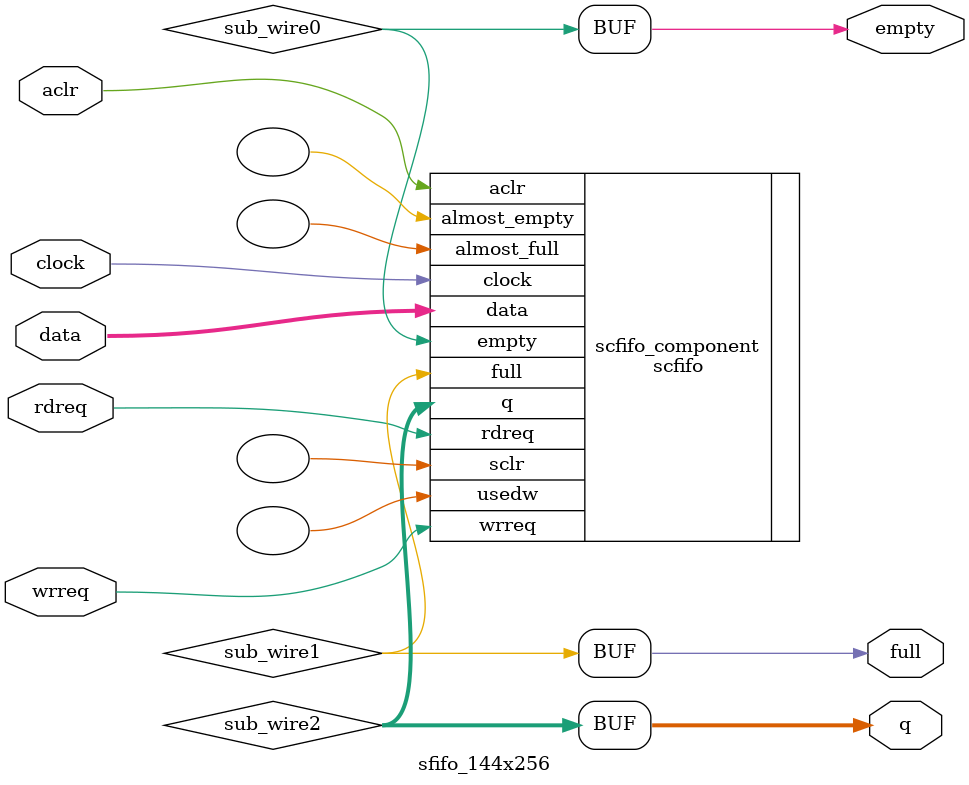
<source format=v>
module sfifo_144x256 (
	aclr,
	clock,
	data,
	rdreq,
	wrreq,
	empty,
	full,
	q);
	input	  aclr;
	input	  clock;
	input	[143:0]  data;
	input	  rdreq;
	input	  wrreq;
	output	  empty;
	output	  full;
	output	[143:0]  q;
	wire  sub_wire0;
	wire  sub_wire1;
	wire [143:0] sub_wire2;
	wire  empty = sub_wire0;
	wire  full = sub_wire1;
	wire [143:0] q = sub_wire2[143:0];
	scfifo	scfifo_component (
				.aclr (aclr),
				.clock (clock),
				.data (data),
				.rdreq (rdreq),
				.wrreq (wrreq),
				.empty (sub_wire0),
				.full (sub_wire1),
				.q (sub_wire2),
				.almost_empty (),
				.almost_full (),
				.sclr (),
				.usedw ());
	defparam
		scfifo_component.add_ram_output_register = "OFF",
		scfifo_component.intended_device_family = "Arria II GX",
		scfifo_component.lpm_numwords = 256,
		scfifo_component.lpm_showahead = "OFF",
		scfifo_component.lpm_type = "scfifo",
		scfifo_component.lpm_width = 144,
		scfifo_component.lpm_widthu = 8,
		scfifo_component.overflow_checking = "ON",
		scfifo_component.underflow_checking = "ON",
		scfifo_component.use_eab = "ON";
endmodule
</source>
